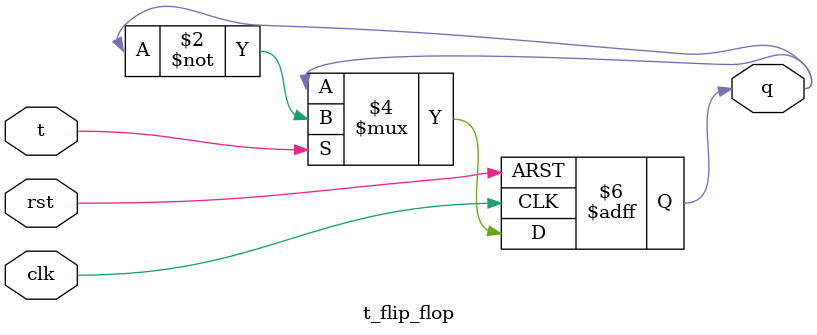
<source format=v>

module t_flip_flop (
    input wire clk,    // Clock input
    input wire rst,    // Asynchronous active-high reset
    input wire t,      // Toggle input
    output reg q       // Output
);

always @(posedge clk or posedge rst) begin
    if (rst)
        q <= 1'b0;               // Reset output to 0
    else if (t)
        q <= ~q;                 // Toggle output on T=1
    else
        q <= q;                  // Hold output on T=0
end

endmodule
</source>
